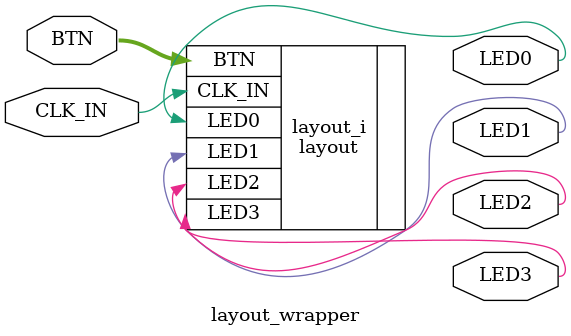
<source format=v>
`timescale 1 ps / 1 ps

module layout_wrapper
   (BTN,
    CLK_IN,
    LED0,
    LED1,
    LED2,
    LED3);
  input [3:0]BTN;
  input CLK_IN;
  output LED0;
  output LED1;
  output LED2;
  output LED3;

  wire [3:0]BTN;
  wire CLK_IN;
  wire LED0;
  wire LED1;
  wire LED2;
  wire LED3;

  layout layout_i
       (.BTN(BTN),
        .CLK_IN(CLK_IN),
        .LED0(LED0),
        .LED1(LED1),
        .LED2(LED2),
        .LED3(LED3));
endmodule

</source>
